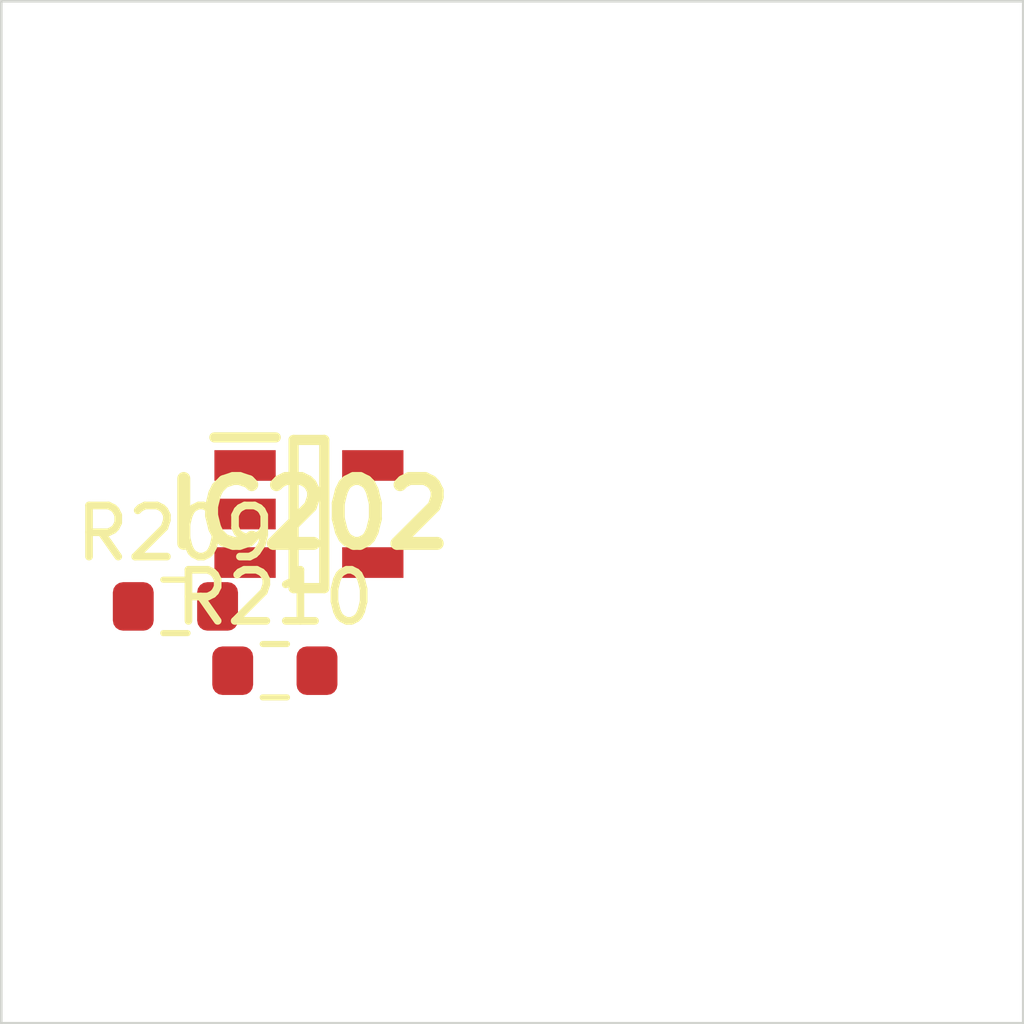
<source format=kicad_pcb>
 ( kicad_pcb  ( version 20171130 )
 ( host pcbnew 5.1.12-84ad8e8a86~92~ubuntu18.04.1 )
 ( general  ( thickness 1.6 )
 ( drawings 4 )
 ( tracks 0 )
 ( zones 0 )
 ( modules 3 )
 ( nets 5 )
)
 ( page A4 )
 ( layers  ( 0 F.Cu signal )
 ( 31 B.Cu signal )
 ( 32 B.Adhes user )
 ( 33 F.Adhes user )
 ( 34 B.Paste user )
 ( 35 F.Paste user )
 ( 36 B.SilkS user )
 ( 37 F.SilkS user )
 ( 38 B.Mask user )
 ( 39 F.Mask user )
 ( 40 Dwgs.User user )
 ( 41 Cmts.User user )
 ( 42 Eco1.User user )
 ( 43 Eco2.User user )
 ( 44 Edge.Cuts user )
 ( 45 Margin user )
 ( 46 B.CrtYd user )
 ( 47 F.CrtYd user )
 ( 48 B.Fab user )
 ( 49 F.Fab user )
)
 ( setup  ( last_trace_width 0.25 )
 ( trace_clearance 0.2 )
 ( zone_clearance 0.508 )
 ( zone_45_only no )
 ( trace_min 0.2 )
 ( via_size 0.8 )
 ( via_drill 0.4 )
 ( via_min_size 0.4 )
 ( via_min_drill 0.3 )
 ( uvia_size 0.3 )
 ( uvia_drill 0.1 )
 ( uvias_allowed no )
 ( uvia_min_size 0.2 )
 ( uvia_min_drill 0.1 )
 ( edge_width 0.05 )
 ( segment_width 0.2 )
 ( pcb_text_width 0.3 )
 ( pcb_text_size 1.5 1.5 )
 ( mod_edge_width 0.12 )
 ( mod_text_size 1 1 )
 ( mod_text_width 0.15 )
 ( pad_size 1.524 1.524 )
 ( pad_drill 0.762 )
 ( pad_to_mask_clearance 0 )
 ( aux_axis_origin 0 0 )
 ( visible_elements FFFFFF7F )
 ( pcbplotparams  ( layerselection 0x010fc_ffffffff )
 ( usegerberextensions false )
 ( usegerberattributes true )
 ( usegerberadvancedattributes true )
 ( creategerberjobfile true )
 ( excludeedgelayer true )
 ( linewidth 0.100000 )
 ( plotframeref false )
 ( viasonmask false )
 ( mode 1 )
 ( useauxorigin false )
 ( hpglpennumber 1 )
 ( hpglpenspeed 20 )
 ( hpglpendiameter 15.000000 )
 ( psnegative false )
 ( psa4output false )
 ( plotreference true )
 ( plotvalue true )
 ( plotinvisibletext false )
 ( padsonsilk false )
 ( subtractmaskfromsilk false )
 ( outputformat 1 )
 ( mirror false )
 ( drillshape 1 )
 ( scaleselection 1 )
 ( outputdirectory "" )
)
)
 ( net 0 "" )
 ( net 1 GND )
 ( net 2 VDDA )
 ( net 3 /Sheet6235D886/vp )
 ( net 4 "Net-(IC202-Pad3)" )
 ( net_class Default "This is the default net class."  ( clearance 0.2 )
 ( trace_width 0.25 )
 ( via_dia 0.8 )
 ( via_drill 0.4 )
 ( uvia_dia 0.3 )
 ( uvia_drill 0.1 )
 ( add_net /Sheet6235D886/vp )
 ( add_net GND )
 ( add_net "Net-(IC202-Pad3)" )
 ( add_net VDDA )
)
 ( module SOT95P280X145-5N locked  ( layer F.Cu )
 ( tedit 62336ED7 )
 ( tstamp 623423ED )
 ( at 86.020900 110.035000 )
 ( descr DBV0005A )
 ( tags "Integrated Circuit" )
 ( path /6235D887/6266C08E )
 ( attr smd )
 ( fp_text reference IC202  ( at 0 0 )
 ( layer F.SilkS )
 ( effects  ( font  ( size 1.27 1.27 )
 ( thickness 0.254 )
)
)
)
 ( fp_text value TL071HIDBVR  ( at 0 0 )
 ( layer F.SilkS )
hide  ( effects  ( font  ( size 1.27 1.27 )
 ( thickness 0.254 )
)
)
)
 ( fp_line  ( start -1.85 -1.5 )
 ( end -0.65 -1.5 )
 ( layer F.SilkS )
 ( width 0.2 )
)
 ( fp_line  ( start -0.3 1.45 )
 ( end -0.3 -1.45 )
 ( layer F.SilkS )
 ( width 0.2 )
)
 ( fp_line  ( start 0.3 1.45 )
 ( end -0.3 1.45 )
 ( layer F.SilkS )
 ( width 0.2 )
)
 ( fp_line  ( start 0.3 -1.45 )
 ( end 0.3 1.45 )
 ( layer F.SilkS )
 ( width 0.2 )
)
 ( fp_line  ( start -0.3 -1.45 )
 ( end 0.3 -1.45 )
 ( layer F.SilkS )
 ( width 0.2 )
)
 ( fp_line  ( start -0.8 -0.5 )
 ( end 0.15 -1.45 )
 ( layer Dwgs.User )
 ( width 0.1 )
)
 ( fp_line  ( start -0.8 1.45 )
 ( end -0.8 -1.45 )
 ( layer Dwgs.User )
 ( width 0.1 )
)
 ( fp_line  ( start 0.8 1.45 )
 ( end -0.8 1.45 )
 ( layer Dwgs.User )
 ( width 0.1 )
)
 ( fp_line  ( start 0.8 -1.45 )
 ( end 0.8 1.45 )
 ( layer Dwgs.User )
 ( width 0.1 )
)
 ( fp_line  ( start -0.8 -1.45 )
 ( end 0.8 -1.45 )
 ( layer Dwgs.User )
 ( width 0.1 )
)
 ( fp_line  ( start -2.1 1.775 )
 ( end -2.1 -1.775 )
 ( layer Dwgs.User )
 ( width 0.05 )
)
 ( fp_line  ( start 2.1 1.775 )
 ( end -2.1 1.775 )
 ( layer Dwgs.User )
 ( width 0.05 )
)
 ( fp_line  ( start 2.1 -1.775 )
 ( end 2.1 1.775 )
 ( layer Dwgs.User )
 ( width 0.05 )
)
 ( fp_line  ( start -2.1 -1.775 )
 ( end 2.1 -1.775 )
 ( layer Dwgs.User )
 ( width 0.05 )
)
 ( pad 1 smd rect  ( at -1.25 -0.95 90.000000 )
 ( size 0.6 1.2 )
 ( layers F.Cu F.Mask F.Paste )
 ( net 3 /Sheet6235D886/vp )
)
 ( pad 2 smd rect  ( at -1.25 0 90.000000 )
 ( size 0.6 1.2 )
 ( layers F.Cu F.Mask F.Paste )
 ( net 1 GND )
)
 ( pad 3 smd rect  ( at -1.25 0.95 90.000000 )
 ( size 0.6 1.2 )
 ( layers F.Cu F.Mask F.Paste )
 ( net 4 "Net-(IC202-Pad3)" )
)
 ( pad 4 smd rect  ( at 1.25 0.95 90.000000 )
 ( size 0.6 1.2 )
 ( layers F.Cu F.Mask F.Paste )
 ( net 3 /Sheet6235D886/vp )
)
 ( pad 5 smd rect  ( at 1.25 -0.95 90.000000 )
 ( size 0.6 1.2 )
 ( layers F.Cu F.Mask F.Paste )
 ( net 2 VDDA )
)
)
 ( module Resistor_SMD:R_0603_1608Metric  ( layer F.Cu )
 ( tedit 5F68FEEE )
 ( tstamp 62342595 )
 ( at 83.408200 111.843000 )
 ( descr "Resistor SMD 0603 (1608 Metric), square (rectangular) end terminal, IPC_7351 nominal, (Body size source: IPC-SM-782 page 72, https://www.pcb-3d.com/wordpress/wp-content/uploads/ipc-sm-782a_amendment_1_and_2.pdf), generated with kicad-footprint-generator" )
 ( tags resistor )
 ( path /6235D887/623CDBD9 )
 ( attr smd )
 ( fp_text reference R209  ( at 0 -1.43 )
 ( layer F.SilkS )
 ( effects  ( font  ( size 1 1 )
 ( thickness 0.15 )
)
)
)
 ( fp_text value 100k  ( at 0 1.43 )
 ( layer F.Fab )
 ( effects  ( font  ( size 1 1 )
 ( thickness 0.15 )
)
)
)
 ( fp_line  ( start -0.8 0.4125 )
 ( end -0.8 -0.4125 )
 ( layer F.Fab )
 ( width 0.1 )
)
 ( fp_line  ( start -0.8 -0.4125 )
 ( end 0.8 -0.4125 )
 ( layer F.Fab )
 ( width 0.1 )
)
 ( fp_line  ( start 0.8 -0.4125 )
 ( end 0.8 0.4125 )
 ( layer F.Fab )
 ( width 0.1 )
)
 ( fp_line  ( start 0.8 0.4125 )
 ( end -0.8 0.4125 )
 ( layer F.Fab )
 ( width 0.1 )
)
 ( fp_line  ( start -0.237258 -0.5225 )
 ( end 0.237258 -0.5225 )
 ( layer F.SilkS )
 ( width 0.12 )
)
 ( fp_line  ( start -0.237258 0.5225 )
 ( end 0.237258 0.5225 )
 ( layer F.SilkS )
 ( width 0.12 )
)
 ( fp_line  ( start -1.48 0.73 )
 ( end -1.48 -0.73 )
 ( layer F.CrtYd )
 ( width 0.05 )
)
 ( fp_line  ( start -1.48 -0.73 )
 ( end 1.48 -0.73 )
 ( layer F.CrtYd )
 ( width 0.05 )
)
 ( fp_line  ( start 1.48 -0.73 )
 ( end 1.48 0.73 )
 ( layer F.CrtYd )
 ( width 0.05 )
)
 ( fp_line  ( start 1.48 0.73 )
 ( end -1.48 0.73 )
 ( layer F.CrtYd )
 ( width 0.05 )
)
 ( fp_text user %R  ( at 0 0 )
 ( layer F.Fab )
 ( effects  ( font  ( size 0.4 0.4 )
 ( thickness 0.06 )
)
)
)
 ( pad 1 smd roundrect  ( at -0.825 0 )
 ( size 0.8 0.95 )
 ( layers F.Cu F.Mask F.Paste )
 ( roundrect_rratio 0.25 )
 ( net 2 VDDA )
)
 ( pad 2 smd roundrect  ( at 0.825 0 )
 ( size 0.8 0.95 )
 ( layers F.Cu F.Mask F.Paste )
 ( roundrect_rratio 0.25 )
 ( net 4 "Net-(IC202-Pad3)" )
)
 ( model ${KISYS3DMOD}/Resistor_SMD.3dshapes/R_0603_1608Metric.wrl  ( at  ( xyz 0 0 0 )
)
 ( scale  ( xyz 1 1 1 )
)
 ( rotate  ( xyz 0 0 0 )
)
)
)
 ( module Resistor_SMD:R_0603_1608Metric  ( layer F.Cu )
 ( tedit 5F68FEEE )
 ( tstamp 623425A6 )
 ( at 85.354100 113.101000 )
 ( descr "Resistor SMD 0603 (1608 Metric), square (rectangular) end terminal, IPC_7351 nominal, (Body size source: IPC-SM-782 page 72, https://www.pcb-3d.com/wordpress/wp-content/uploads/ipc-sm-782a_amendment_1_and_2.pdf), generated with kicad-footprint-generator" )
 ( tags resistor )
 ( path /6235D887/623CDBDF )
 ( attr smd )
 ( fp_text reference R210  ( at 0 -1.43 )
 ( layer F.SilkS )
 ( effects  ( font  ( size 1 1 )
 ( thickness 0.15 )
)
)
)
 ( fp_text value 100k  ( at 0 1.43 )
 ( layer F.Fab )
 ( effects  ( font  ( size 1 1 )
 ( thickness 0.15 )
)
)
)
 ( fp_line  ( start 1.48 0.73 )
 ( end -1.48 0.73 )
 ( layer F.CrtYd )
 ( width 0.05 )
)
 ( fp_line  ( start 1.48 -0.73 )
 ( end 1.48 0.73 )
 ( layer F.CrtYd )
 ( width 0.05 )
)
 ( fp_line  ( start -1.48 -0.73 )
 ( end 1.48 -0.73 )
 ( layer F.CrtYd )
 ( width 0.05 )
)
 ( fp_line  ( start -1.48 0.73 )
 ( end -1.48 -0.73 )
 ( layer F.CrtYd )
 ( width 0.05 )
)
 ( fp_line  ( start -0.237258 0.5225 )
 ( end 0.237258 0.5225 )
 ( layer F.SilkS )
 ( width 0.12 )
)
 ( fp_line  ( start -0.237258 -0.5225 )
 ( end 0.237258 -0.5225 )
 ( layer F.SilkS )
 ( width 0.12 )
)
 ( fp_line  ( start 0.8 0.4125 )
 ( end -0.8 0.4125 )
 ( layer F.Fab )
 ( width 0.1 )
)
 ( fp_line  ( start 0.8 -0.4125 )
 ( end 0.8 0.4125 )
 ( layer F.Fab )
 ( width 0.1 )
)
 ( fp_line  ( start -0.8 -0.4125 )
 ( end 0.8 -0.4125 )
 ( layer F.Fab )
 ( width 0.1 )
)
 ( fp_line  ( start -0.8 0.4125 )
 ( end -0.8 -0.4125 )
 ( layer F.Fab )
 ( width 0.1 )
)
 ( fp_text user %R  ( at 0 0 )
 ( layer F.Fab )
 ( effects  ( font  ( size 0.4 0.4 )
 ( thickness 0.06 )
)
)
)
 ( pad 2 smd roundrect  ( at 0.825 0 )
 ( size 0.8 0.95 )
 ( layers F.Cu F.Mask F.Paste )
 ( roundrect_rratio 0.25 )
 ( net 1 GND )
)
 ( pad 1 smd roundrect  ( at -0.825 0 )
 ( size 0.8 0.95 )
 ( layers F.Cu F.Mask F.Paste )
 ( roundrect_rratio 0.25 )
 ( net 4 "Net-(IC202-Pad3)" )
)
 ( model ${KISYS3DMOD}/Resistor_SMD.3dshapes/R_0603_1608Metric.wrl  ( at  ( xyz 0 0 0 )
)
 ( scale  ( xyz 1 1 1 )
)
 ( rotate  ( xyz 0 0 0 )
)
)
)
 ( gr_line  ( start 100 100 )
 ( end 100 120 )
 ( layer Edge.Cuts )
 ( width 0.05 )
 ( tstamp 62E770C4 )
)
 ( gr_line  ( start 80 120 )
 ( end 100 120 )
 ( layer Edge.Cuts )
 ( width 0.05 )
 ( tstamp 62E770C0 )
)
 ( gr_line  ( start 80 100 )
 ( end 100 100 )
 ( layer Edge.Cuts )
 ( width 0.05 )
 ( tstamp 6234110C )
)
 ( gr_line  ( start 80 100 )
 ( end 80 120 )
 ( layer Edge.Cuts )
 ( width 0.05 )
)
)

</source>
